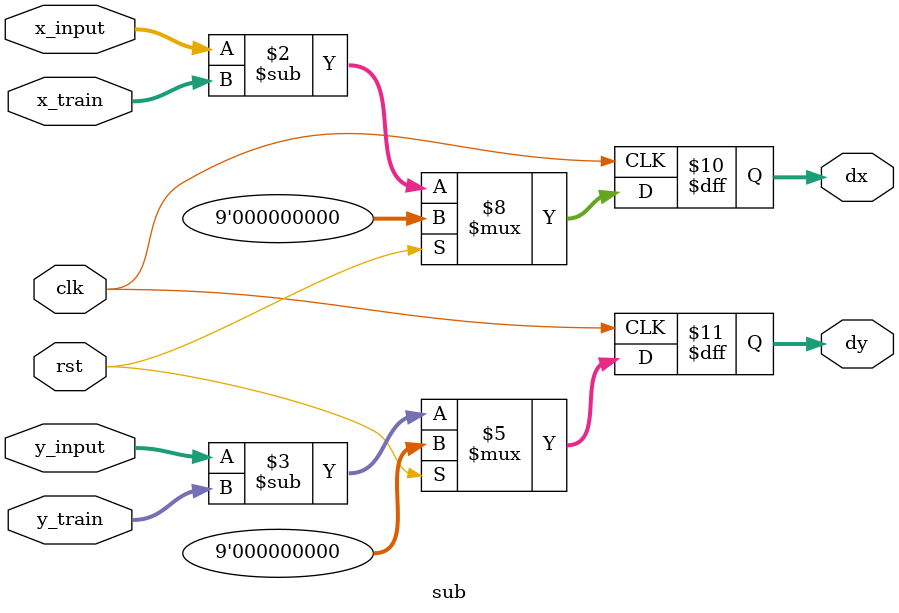
<source format=v>
module sub (

    input  wire clk,
    input  wire rst,

    // Input feature vector (from switches/registers)
    input  wire signed [7:0] x_input,
    input  wire signed [7:0] y_input,

    // Training sample (from BRAM)
    input  wire signed [7:0] x_train,
    input  wire signed [7:0] y_train,

    // Outputs to next pipeline stage
    output reg  signed [8:0] dx,
    output reg  signed [8:0] dy
);

    // Pipeline register stage
    always @(posedge clk) begin
        if (rst) begin
            dx <= 0;
            dy <= 0;
        end else begin
            dx <= x_input - x_train;
            dy <= y_input - y_train;
        end
    end

endmodule

</source>
